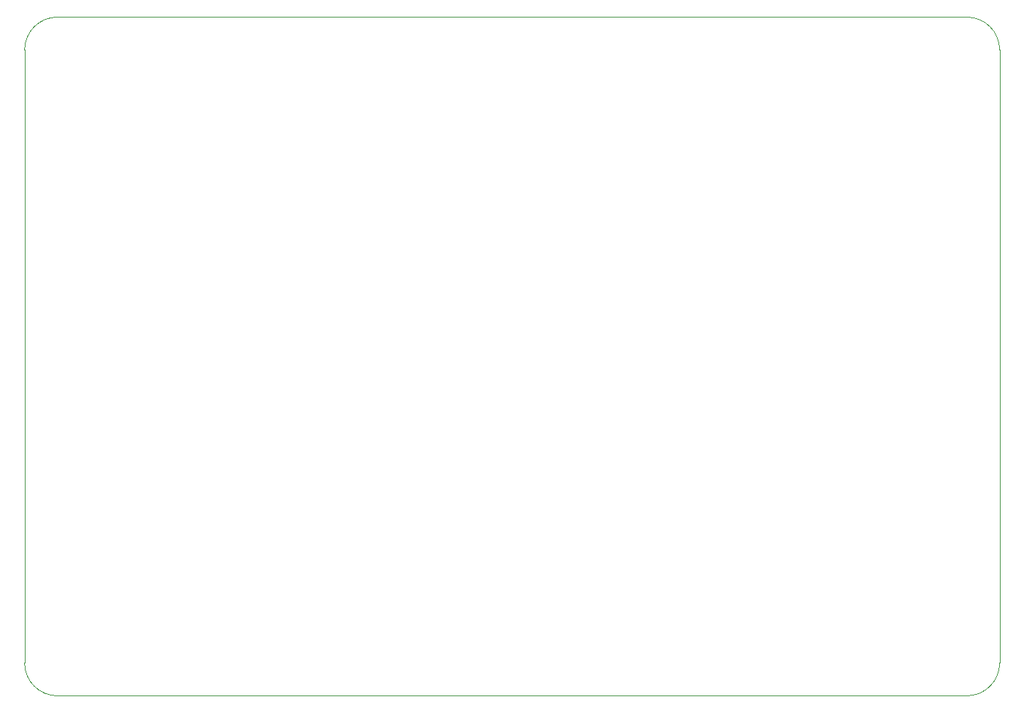
<source format=gbr>
G04 #@! TF.GenerationSoftware,KiCad,Pcbnew,7.0.7*
G04 #@! TF.CreationDate,2023-10-03T16:10:38+02:00*
G04 #@! TF.ProjectId,DuPal_DIP,44755061-6c5f-4444-9950-2e6b69636164,rev?*
G04 #@! TF.SameCoordinates,Original*
G04 #@! TF.FileFunction,Profile,NP*
%FSLAX46Y46*%
G04 Gerber Fmt 4.6, Leading zero omitted, Abs format (unit mm)*
G04 Created by KiCad (PCBNEW 7.0.7) date 2023-10-03 16:10:38*
%MOMM*%
%LPD*%
G01*
G04 APERTURE LIST*
G04 #@! TA.AperFunction,Profile*
%ADD10C,0.050000*%
G04 #@! TD*
G04 APERTURE END LIST*
D10*
X95250000Y-54610000D02*
G75*
G03*
X91440000Y-58420000I0J-3810000D01*
G01*
X204470000Y-58420000D02*
G75*
G03*
X200660000Y-54610000I-3810000J0D01*
G01*
X200660000Y-54610000D02*
X95250000Y-54610000D01*
X91440000Y-129540000D02*
G75*
G03*
X95250000Y-133350000I3810000J0D01*
G01*
X204470000Y-129540000D02*
X204470000Y-58420000D01*
X200660000Y-133350000D02*
G75*
G03*
X204470000Y-129540000I0J3810000D01*
G01*
X95250000Y-133350000D02*
X200660000Y-133350000D01*
X91440000Y-58420000D02*
X91440000Y-129540000D01*
M02*

</source>
